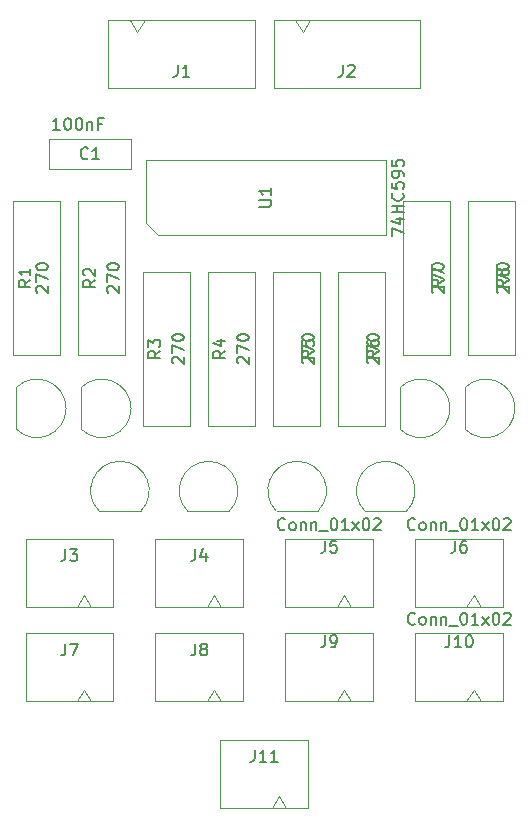
<source format=gbr>
G04 #@! TF.GenerationSoftware,KiCad,Pcbnew,(5.1.4)-1*
G04 #@! TF.CreationDate,2020-08-17T12:14:14+03:00*
G04 #@! TF.ProjectId,8_switch_array,385f7377-6974-4636-985f-61727261792e,rev?*
G04 #@! TF.SameCoordinates,Original*
G04 #@! TF.FileFunction,Other,Fab,Top*
%FSLAX46Y46*%
G04 Gerber Fmt 4.6, Leading zero omitted, Abs format (unit mm)*
G04 Created by KiCad (PCBNEW (5.1.4)-1) date 2020-08-17 12:14:14*
%MOMM*%
%LPD*%
G04 APERTURE LIST*
%ADD10C,0.100000*%
%ADD11C,0.150000*%
G04 APERTURE END LIST*
D10*
X136730000Y-52865000D02*
X136730000Y-47515000D01*
X136730000Y-47515000D02*
X157050000Y-47515000D01*
X157050000Y-47515000D02*
X157050000Y-53865000D01*
X157050000Y-53865000D02*
X137730000Y-53865000D01*
X137730000Y-53865000D02*
X136730000Y-52865000D01*
X128500000Y-48250000D02*
X135500000Y-48250000D01*
X128500000Y-45750000D02*
X128500000Y-48250000D01*
X135500000Y-45750000D02*
X128500000Y-45750000D01*
X135500000Y-48250000D02*
X135500000Y-45750000D01*
X158246375Y-66786375D02*
G75*
G02X162480000Y-68540000I1753625J-1753625D01*
G01*
X158246375Y-70293625D02*
G75*
G03X162480000Y-68540000I1753625J1753625D01*
G01*
X158250000Y-66800000D02*
X158250000Y-70300000D01*
X168000000Y-64000000D02*
X168000000Y-51000000D01*
X164000000Y-64000000D02*
X168000000Y-64000000D01*
X164000000Y-51000000D02*
X164000000Y-64000000D01*
X168000000Y-51000000D02*
X164000000Y-51000000D01*
X162500000Y-64000000D02*
X162500000Y-51000000D01*
X158500000Y-64000000D02*
X162500000Y-64000000D01*
X158500000Y-51000000D02*
X158500000Y-64000000D01*
X162500000Y-51000000D02*
X158500000Y-51000000D01*
X146000000Y-70000000D02*
X146000000Y-57000000D01*
X142000000Y-70000000D02*
X146000000Y-70000000D01*
X142000000Y-57000000D02*
X142000000Y-70000000D01*
X146000000Y-57000000D02*
X142000000Y-57000000D01*
X140500000Y-70000000D02*
X140500000Y-57000000D01*
X136500000Y-70000000D02*
X140500000Y-70000000D01*
X136500000Y-57000000D02*
X136500000Y-70000000D01*
X140500000Y-57000000D02*
X136500000Y-57000000D01*
X163746375Y-66786375D02*
G75*
G02X167980000Y-68540000I1753625J-1753625D01*
G01*
X163746375Y-70293625D02*
G75*
G03X167980000Y-68540000I1753625J1753625D01*
G01*
X163750000Y-66800000D02*
X163750000Y-70300000D01*
X140286375Y-77253625D02*
G75*
G02X142040000Y-73020000I1753625J1753625D01*
G01*
X143793625Y-77253625D02*
G75*
G03X142040000Y-73020000I-1753625J1753625D01*
G01*
X140300000Y-77250000D02*
X143800000Y-77250000D01*
X132786375Y-77253625D02*
G75*
G02X134540000Y-73020000I1753625J1753625D01*
G01*
X136293625Y-77253625D02*
G75*
G03X134540000Y-73020000I-1753625J1753625D01*
G01*
X132800000Y-77250000D02*
X136300000Y-77250000D01*
X164500000Y-92350000D02*
X163875000Y-93350000D01*
X165125000Y-93350000D02*
X164500000Y-92350000D01*
X159550000Y-93350000D02*
X166950000Y-93350000D01*
X159550000Y-87600000D02*
X159550000Y-93350000D01*
X166950000Y-87600000D02*
X159550000Y-87600000D01*
X166950000Y-93350000D02*
X166950000Y-87600000D01*
X153500000Y-92350000D02*
X152875000Y-93350000D01*
X154125000Y-93350000D02*
X153500000Y-92350000D01*
X148550000Y-93350000D02*
X155950000Y-93350000D01*
X148550000Y-87600000D02*
X148550000Y-93350000D01*
X155950000Y-87600000D02*
X148550000Y-87600000D01*
X155950000Y-93350000D02*
X155950000Y-87600000D01*
X164500000Y-84350000D02*
X163875000Y-85350000D01*
X165125000Y-85350000D02*
X164500000Y-84350000D01*
X159550000Y-85350000D02*
X166950000Y-85350000D01*
X159550000Y-79600000D02*
X159550000Y-85350000D01*
X166950000Y-79600000D02*
X159550000Y-79600000D01*
X166950000Y-85350000D02*
X166950000Y-79600000D01*
X153500000Y-84350000D02*
X152875000Y-85350000D01*
X154125000Y-85350000D02*
X153500000Y-84350000D01*
X148550000Y-85350000D02*
X155950000Y-85350000D01*
X148550000Y-79600000D02*
X148550000Y-85350000D01*
X155950000Y-79600000D02*
X148550000Y-79600000D01*
X155950000Y-85350000D02*
X155950000Y-79600000D01*
X135000000Y-64000000D02*
X135000000Y-51000000D01*
X131000000Y-64000000D02*
X135000000Y-64000000D01*
X131000000Y-51000000D02*
X131000000Y-64000000D01*
X135000000Y-51000000D02*
X131000000Y-51000000D01*
X151500000Y-70000000D02*
X151500000Y-57000000D01*
X147500000Y-70000000D02*
X151500000Y-70000000D01*
X147500000Y-57000000D02*
X147500000Y-70000000D01*
X151500000Y-57000000D02*
X147500000Y-57000000D01*
X129500000Y-64000000D02*
X129500000Y-51000000D01*
X125500000Y-64000000D02*
X129500000Y-64000000D01*
X125500000Y-51000000D02*
X125500000Y-64000000D01*
X129500000Y-51000000D02*
X125500000Y-51000000D01*
X157000000Y-70000000D02*
X157000000Y-57000000D01*
X153000000Y-70000000D02*
X157000000Y-70000000D01*
X153000000Y-57000000D02*
X153000000Y-70000000D01*
X157000000Y-57000000D02*
X153000000Y-57000000D01*
X131246375Y-66786375D02*
G75*
G02X135480000Y-68540000I1753625J-1753625D01*
G01*
X131246375Y-70293625D02*
G75*
G03X135480000Y-68540000I1753625J1753625D01*
G01*
X131250000Y-66800000D02*
X131250000Y-70300000D01*
X147786375Y-77253625D02*
G75*
G02X149540000Y-73020000I1753625J1753625D01*
G01*
X151293625Y-77253625D02*
G75*
G03X149540000Y-73020000I-1753625J1753625D01*
G01*
X147800000Y-77250000D02*
X151300000Y-77250000D01*
X125746375Y-66786375D02*
G75*
G02X129980000Y-68540000I1753625J-1753625D01*
G01*
X125746375Y-70293625D02*
G75*
G03X129980000Y-68540000I1753625J1753625D01*
G01*
X125750000Y-66800000D02*
X125750000Y-70300000D01*
X155286375Y-77253625D02*
G75*
G02X157040000Y-73020000I1753625J1753625D01*
G01*
X158793625Y-77253625D02*
G75*
G03X157040000Y-73020000I-1753625J1753625D01*
G01*
X155300000Y-77250000D02*
X158800000Y-77250000D01*
X148000000Y-101350000D02*
X147375000Y-102350000D01*
X148625000Y-102350000D02*
X148000000Y-101350000D01*
X143050000Y-102350000D02*
X150450000Y-102350000D01*
X143050000Y-96600000D02*
X143050000Y-102350000D01*
X150450000Y-96600000D02*
X143050000Y-96600000D01*
X150450000Y-102350000D02*
X150450000Y-96600000D01*
X142500000Y-84350000D02*
X141875000Y-85350000D01*
X143125000Y-85350000D02*
X142500000Y-84350000D01*
X137550000Y-85350000D02*
X144950000Y-85350000D01*
X137550000Y-79600000D02*
X137550000Y-85350000D01*
X144950000Y-79600000D02*
X137550000Y-79600000D01*
X144950000Y-85350000D02*
X144950000Y-79600000D01*
X131500000Y-92350000D02*
X130875000Y-93350000D01*
X132125000Y-93350000D02*
X131500000Y-92350000D01*
X126550000Y-93350000D02*
X133950000Y-93350000D01*
X126550000Y-87600000D02*
X126550000Y-93350000D01*
X133950000Y-87600000D02*
X126550000Y-87600000D01*
X133950000Y-93350000D02*
X133950000Y-87600000D01*
X131500000Y-84350000D02*
X130875000Y-85350000D01*
X132125000Y-85350000D02*
X131500000Y-84350000D01*
X126550000Y-85350000D02*
X133950000Y-85350000D01*
X126550000Y-79600000D02*
X126550000Y-85350000D01*
X133950000Y-79600000D02*
X126550000Y-79600000D01*
X133950000Y-85350000D02*
X133950000Y-79600000D01*
X142500000Y-92350000D02*
X141875000Y-93350000D01*
X143125000Y-93350000D02*
X142500000Y-92350000D01*
X137550000Y-93350000D02*
X144950000Y-93350000D01*
X137550000Y-87600000D02*
X137550000Y-93350000D01*
X144950000Y-87600000D02*
X137550000Y-87600000D01*
X144950000Y-93350000D02*
X144950000Y-87600000D01*
X150000000Y-36650000D02*
X150625000Y-35650000D01*
X149375000Y-35650000D02*
X150000000Y-36650000D01*
X159950000Y-35650000D02*
X147550000Y-35650000D01*
X159950000Y-41400000D02*
X159950000Y-35650000D01*
X147550000Y-41400000D02*
X159950000Y-41400000D01*
X147550000Y-35650000D02*
X147550000Y-41400000D01*
X136000000Y-36650000D02*
X136625000Y-35650000D01*
X135375000Y-35650000D02*
X136000000Y-36650000D01*
X145950000Y-35650000D02*
X133550000Y-35650000D01*
X145950000Y-41400000D02*
X145950000Y-35650000D01*
X133550000Y-41400000D02*
X145950000Y-41400000D01*
X133550000Y-35650000D02*
X133550000Y-41400000D01*
D11*
X157562380Y-53951904D02*
X157562380Y-53285238D01*
X158562380Y-53713809D01*
X157895714Y-52475714D02*
X158562380Y-52475714D01*
X157514761Y-52713809D02*
X158229047Y-52951904D01*
X158229047Y-52332857D01*
X158562380Y-51951904D02*
X157562380Y-51951904D01*
X158038571Y-51951904D02*
X158038571Y-51380476D01*
X158562380Y-51380476D02*
X157562380Y-51380476D01*
X158467142Y-50332857D02*
X158514761Y-50380476D01*
X158562380Y-50523333D01*
X158562380Y-50618571D01*
X158514761Y-50761428D01*
X158419523Y-50856666D01*
X158324285Y-50904285D01*
X158133809Y-50951904D01*
X157990952Y-50951904D01*
X157800476Y-50904285D01*
X157705238Y-50856666D01*
X157610000Y-50761428D01*
X157562380Y-50618571D01*
X157562380Y-50523333D01*
X157610000Y-50380476D01*
X157657619Y-50332857D01*
X157562380Y-49428095D02*
X157562380Y-49904285D01*
X158038571Y-49951904D01*
X157990952Y-49904285D01*
X157943333Y-49809047D01*
X157943333Y-49570952D01*
X157990952Y-49475714D01*
X158038571Y-49428095D01*
X158133809Y-49380476D01*
X158371904Y-49380476D01*
X158467142Y-49428095D01*
X158514761Y-49475714D01*
X158562380Y-49570952D01*
X158562380Y-49809047D01*
X158514761Y-49904285D01*
X158467142Y-49951904D01*
X158562380Y-48904285D02*
X158562380Y-48713809D01*
X158514761Y-48618571D01*
X158467142Y-48570952D01*
X158324285Y-48475714D01*
X158133809Y-48428095D01*
X157752857Y-48428095D01*
X157657619Y-48475714D01*
X157610000Y-48523333D01*
X157562380Y-48618571D01*
X157562380Y-48809047D01*
X157610000Y-48904285D01*
X157657619Y-48951904D01*
X157752857Y-48999523D01*
X157990952Y-48999523D01*
X158086190Y-48951904D01*
X158133809Y-48904285D01*
X158181428Y-48809047D01*
X158181428Y-48618571D01*
X158133809Y-48523333D01*
X158086190Y-48475714D01*
X157990952Y-48428095D01*
X157562380Y-47523333D02*
X157562380Y-47999523D01*
X158038571Y-48047142D01*
X157990952Y-47999523D01*
X157943333Y-47904285D01*
X157943333Y-47666190D01*
X157990952Y-47570952D01*
X158038571Y-47523333D01*
X158133809Y-47475714D01*
X158371904Y-47475714D01*
X158467142Y-47523333D01*
X158514761Y-47570952D01*
X158562380Y-47666190D01*
X158562380Y-47904285D01*
X158514761Y-47999523D01*
X158467142Y-48047142D01*
X146342380Y-51451904D02*
X147151904Y-51451904D01*
X147247142Y-51404285D01*
X147294761Y-51356666D01*
X147342380Y-51261428D01*
X147342380Y-51070952D01*
X147294761Y-50975714D01*
X147247142Y-50928095D01*
X147151904Y-50880476D01*
X146342380Y-50880476D01*
X147342380Y-49880476D02*
X147342380Y-50451904D01*
X147342380Y-50166190D02*
X146342380Y-50166190D01*
X146485238Y-50261428D01*
X146580476Y-50356666D01*
X146628095Y-50451904D01*
X129452380Y-44952380D02*
X128880952Y-44952380D01*
X129166666Y-44952380D02*
X129166666Y-43952380D01*
X129071428Y-44095238D01*
X128976190Y-44190476D01*
X128880952Y-44238095D01*
X130071428Y-43952380D02*
X130166666Y-43952380D01*
X130261904Y-44000000D01*
X130309523Y-44047619D01*
X130357142Y-44142857D01*
X130404761Y-44333333D01*
X130404761Y-44571428D01*
X130357142Y-44761904D01*
X130309523Y-44857142D01*
X130261904Y-44904761D01*
X130166666Y-44952380D01*
X130071428Y-44952380D01*
X129976190Y-44904761D01*
X129928571Y-44857142D01*
X129880952Y-44761904D01*
X129833333Y-44571428D01*
X129833333Y-44333333D01*
X129880952Y-44142857D01*
X129928571Y-44047619D01*
X129976190Y-44000000D01*
X130071428Y-43952380D01*
X131023809Y-43952380D02*
X131119047Y-43952380D01*
X131214285Y-44000000D01*
X131261904Y-44047619D01*
X131309523Y-44142857D01*
X131357142Y-44333333D01*
X131357142Y-44571428D01*
X131309523Y-44761904D01*
X131261904Y-44857142D01*
X131214285Y-44904761D01*
X131119047Y-44952380D01*
X131023809Y-44952380D01*
X130928571Y-44904761D01*
X130880952Y-44857142D01*
X130833333Y-44761904D01*
X130785714Y-44571428D01*
X130785714Y-44333333D01*
X130833333Y-44142857D01*
X130880952Y-44047619D01*
X130928571Y-44000000D01*
X131023809Y-43952380D01*
X131785714Y-44285714D02*
X131785714Y-44952380D01*
X131785714Y-44380952D02*
X131833333Y-44333333D01*
X131928571Y-44285714D01*
X132071428Y-44285714D01*
X132166666Y-44333333D01*
X132214285Y-44428571D01*
X132214285Y-44952380D01*
X133023809Y-44428571D02*
X132690476Y-44428571D01*
X132690476Y-44952380D02*
X132690476Y-43952380D01*
X133166666Y-43952380D01*
X131833333Y-47357142D02*
X131785714Y-47404761D01*
X131642857Y-47452380D01*
X131547619Y-47452380D01*
X131404761Y-47404761D01*
X131309523Y-47309523D01*
X131261904Y-47214285D01*
X131214285Y-47023809D01*
X131214285Y-46880952D01*
X131261904Y-46690476D01*
X131309523Y-46595238D01*
X131404761Y-46500000D01*
X131547619Y-46452380D01*
X131642857Y-46452380D01*
X131785714Y-46500000D01*
X131833333Y-46547619D01*
X132785714Y-47452380D02*
X132214285Y-47452380D01*
X132500000Y-47452380D02*
X132500000Y-46452380D01*
X132404761Y-46595238D01*
X132309523Y-46690476D01*
X132214285Y-46738095D01*
X166547619Y-58738095D02*
X166500000Y-58690476D01*
X166452380Y-58595238D01*
X166452380Y-58357142D01*
X166500000Y-58261904D01*
X166547619Y-58214285D01*
X166642857Y-58166666D01*
X166738095Y-58166666D01*
X166880952Y-58214285D01*
X167452380Y-58785714D01*
X167452380Y-58166666D01*
X166452380Y-57833333D02*
X166452380Y-57166666D01*
X167452380Y-57595238D01*
X166452380Y-56595238D02*
X166452380Y-56500000D01*
X166500000Y-56404761D01*
X166547619Y-56357142D01*
X166642857Y-56309523D01*
X166833333Y-56261904D01*
X167071428Y-56261904D01*
X167261904Y-56309523D01*
X167357142Y-56357142D01*
X167404761Y-56404761D01*
X167452380Y-56500000D01*
X167452380Y-56595238D01*
X167404761Y-56690476D01*
X167357142Y-56738095D01*
X167261904Y-56785714D01*
X167071428Y-56833333D01*
X166833333Y-56833333D01*
X166642857Y-56785714D01*
X166547619Y-56738095D01*
X166500000Y-56690476D01*
X166452380Y-56595238D01*
X167452380Y-57666666D02*
X166976190Y-58000000D01*
X167452380Y-58238095D02*
X166452380Y-58238095D01*
X166452380Y-57857142D01*
X166500000Y-57761904D01*
X166547619Y-57714285D01*
X166642857Y-57666666D01*
X166785714Y-57666666D01*
X166880952Y-57714285D01*
X166928571Y-57761904D01*
X166976190Y-57857142D01*
X166976190Y-58238095D01*
X166880952Y-57095238D02*
X166833333Y-57190476D01*
X166785714Y-57238095D01*
X166690476Y-57285714D01*
X166642857Y-57285714D01*
X166547619Y-57238095D01*
X166500000Y-57190476D01*
X166452380Y-57095238D01*
X166452380Y-56904761D01*
X166500000Y-56809523D01*
X166547619Y-56761904D01*
X166642857Y-56714285D01*
X166690476Y-56714285D01*
X166785714Y-56761904D01*
X166833333Y-56809523D01*
X166880952Y-56904761D01*
X166880952Y-57095238D01*
X166928571Y-57190476D01*
X166976190Y-57238095D01*
X167071428Y-57285714D01*
X167261904Y-57285714D01*
X167357142Y-57238095D01*
X167404761Y-57190476D01*
X167452380Y-57095238D01*
X167452380Y-56904761D01*
X167404761Y-56809523D01*
X167357142Y-56761904D01*
X167261904Y-56714285D01*
X167071428Y-56714285D01*
X166976190Y-56761904D01*
X166928571Y-56809523D01*
X166880952Y-56904761D01*
X161047619Y-58738095D02*
X161000000Y-58690476D01*
X160952380Y-58595238D01*
X160952380Y-58357142D01*
X161000000Y-58261904D01*
X161047619Y-58214285D01*
X161142857Y-58166666D01*
X161238095Y-58166666D01*
X161380952Y-58214285D01*
X161952380Y-58785714D01*
X161952380Y-58166666D01*
X160952380Y-57833333D02*
X160952380Y-57166666D01*
X161952380Y-57595238D01*
X160952380Y-56595238D02*
X160952380Y-56500000D01*
X161000000Y-56404761D01*
X161047619Y-56357142D01*
X161142857Y-56309523D01*
X161333333Y-56261904D01*
X161571428Y-56261904D01*
X161761904Y-56309523D01*
X161857142Y-56357142D01*
X161904761Y-56404761D01*
X161952380Y-56500000D01*
X161952380Y-56595238D01*
X161904761Y-56690476D01*
X161857142Y-56738095D01*
X161761904Y-56785714D01*
X161571428Y-56833333D01*
X161333333Y-56833333D01*
X161142857Y-56785714D01*
X161047619Y-56738095D01*
X161000000Y-56690476D01*
X160952380Y-56595238D01*
X161952380Y-57666666D02*
X161476190Y-58000000D01*
X161952380Y-58238095D02*
X160952380Y-58238095D01*
X160952380Y-57857142D01*
X161000000Y-57761904D01*
X161047619Y-57714285D01*
X161142857Y-57666666D01*
X161285714Y-57666666D01*
X161380952Y-57714285D01*
X161428571Y-57761904D01*
X161476190Y-57857142D01*
X161476190Y-58238095D01*
X160952380Y-57333333D02*
X160952380Y-56666666D01*
X161952380Y-57095238D01*
X144547619Y-64738095D02*
X144500000Y-64690476D01*
X144452380Y-64595238D01*
X144452380Y-64357142D01*
X144500000Y-64261904D01*
X144547619Y-64214285D01*
X144642857Y-64166666D01*
X144738095Y-64166666D01*
X144880952Y-64214285D01*
X145452380Y-64785714D01*
X145452380Y-64166666D01*
X144452380Y-63833333D02*
X144452380Y-63166666D01*
X145452380Y-63595238D01*
X144452380Y-62595238D02*
X144452380Y-62500000D01*
X144500000Y-62404761D01*
X144547619Y-62357142D01*
X144642857Y-62309523D01*
X144833333Y-62261904D01*
X145071428Y-62261904D01*
X145261904Y-62309523D01*
X145357142Y-62357142D01*
X145404761Y-62404761D01*
X145452380Y-62500000D01*
X145452380Y-62595238D01*
X145404761Y-62690476D01*
X145357142Y-62738095D01*
X145261904Y-62785714D01*
X145071428Y-62833333D01*
X144833333Y-62833333D01*
X144642857Y-62785714D01*
X144547619Y-62738095D01*
X144500000Y-62690476D01*
X144452380Y-62595238D01*
X143452380Y-63666666D02*
X142976190Y-64000000D01*
X143452380Y-64238095D02*
X142452380Y-64238095D01*
X142452380Y-63857142D01*
X142500000Y-63761904D01*
X142547619Y-63714285D01*
X142642857Y-63666666D01*
X142785714Y-63666666D01*
X142880952Y-63714285D01*
X142928571Y-63761904D01*
X142976190Y-63857142D01*
X142976190Y-64238095D01*
X142785714Y-62809523D02*
X143452380Y-62809523D01*
X142404761Y-63047619D02*
X143119047Y-63285714D01*
X143119047Y-62666666D01*
X139047619Y-64738095D02*
X139000000Y-64690476D01*
X138952380Y-64595238D01*
X138952380Y-64357142D01*
X139000000Y-64261904D01*
X139047619Y-64214285D01*
X139142857Y-64166666D01*
X139238095Y-64166666D01*
X139380952Y-64214285D01*
X139952380Y-64785714D01*
X139952380Y-64166666D01*
X138952380Y-63833333D02*
X138952380Y-63166666D01*
X139952380Y-63595238D01*
X138952380Y-62595238D02*
X138952380Y-62500000D01*
X139000000Y-62404761D01*
X139047619Y-62357142D01*
X139142857Y-62309523D01*
X139333333Y-62261904D01*
X139571428Y-62261904D01*
X139761904Y-62309523D01*
X139857142Y-62357142D01*
X139904761Y-62404761D01*
X139952380Y-62500000D01*
X139952380Y-62595238D01*
X139904761Y-62690476D01*
X139857142Y-62738095D01*
X139761904Y-62785714D01*
X139571428Y-62833333D01*
X139333333Y-62833333D01*
X139142857Y-62785714D01*
X139047619Y-62738095D01*
X139000000Y-62690476D01*
X138952380Y-62595238D01*
X137952380Y-63666666D02*
X137476190Y-64000000D01*
X137952380Y-64238095D02*
X136952380Y-64238095D01*
X136952380Y-63857142D01*
X137000000Y-63761904D01*
X137047619Y-63714285D01*
X137142857Y-63666666D01*
X137285714Y-63666666D01*
X137380952Y-63714285D01*
X137428571Y-63761904D01*
X137476190Y-63857142D01*
X137476190Y-64238095D01*
X136952380Y-63333333D02*
X136952380Y-62714285D01*
X137333333Y-63047619D01*
X137333333Y-62904761D01*
X137380952Y-62809523D01*
X137428571Y-62761904D01*
X137523809Y-62714285D01*
X137761904Y-62714285D01*
X137857142Y-62761904D01*
X137904761Y-62809523D01*
X137952380Y-62904761D01*
X137952380Y-63190476D01*
X137904761Y-63285714D01*
X137857142Y-63333333D01*
X159511904Y-86757142D02*
X159464285Y-86804761D01*
X159321428Y-86852380D01*
X159226190Y-86852380D01*
X159083333Y-86804761D01*
X158988095Y-86709523D01*
X158940476Y-86614285D01*
X158892857Y-86423809D01*
X158892857Y-86280952D01*
X158940476Y-86090476D01*
X158988095Y-85995238D01*
X159083333Y-85900000D01*
X159226190Y-85852380D01*
X159321428Y-85852380D01*
X159464285Y-85900000D01*
X159511904Y-85947619D01*
X160083333Y-86852380D02*
X159988095Y-86804761D01*
X159940476Y-86757142D01*
X159892857Y-86661904D01*
X159892857Y-86376190D01*
X159940476Y-86280952D01*
X159988095Y-86233333D01*
X160083333Y-86185714D01*
X160226190Y-86185714D01*
X160321428Y-86233333D01*
X160369047Y-86280952D01*
X160416666Y-86376190D01*
X160416666Y-86661904D01*
X160369047Y-86757142D01*
X160321428Y-86804761D01*
X160226190Y-86852380D01*
X160083333Y-86852380D01*
X160845238Y-86185714D02*
X160845238Y-86852380D01*
X160845238Y-86280952D02*
X160892857Y-86233333D01*
X160988095Y-86185714D01*
X161130952Y-86185714D01*
X161226190Y-86233333D01*
X161273809Y-86328571D01*
X161273809Y-86852380D01*
X161750000Y-86185714D02*
X161750000Y-86852380D01*
X161750000Y-86280952D02*
X161797619Y-86233333D01*
X161892857Y-86185714D01*
X162035714Y-86185714D01*
X162130952Y-86233333D01*
X162178571Y-86328571D01*
X162178571Y-86852380D01*
X162416666Y-86947619D02*
X163178571Y-86947619D01*
X163607142Y-85852380D02*
X163702380Y-85852380D01*
X163797619Y-85900000D01*
X163845238Y-85947619D01*
X163892857Y-86042857D01*
X163940476Y-86233333D01*
X163940476Y-86471428D01*
X163892857Y-86661904D01*
X163845238Y-86757142D01*
X163797619Y-86804761D01*
X163702380Y-86852380D01*
X163607142Y-86852380D01*
X163511904Y-86804761D01*
X163464285Y-86757142D01*
X163416666Y-86661904D01*
X163369047Y-86471428D01*
X163369047Y-86233333D01*
X163416666Y-86042857D01*
X163464285Y-85947619D01*
X163511904Y-85900000D01*
X163607142Y-85852380D01*
X164892857Y-86852380D02*
X164321428Y-86852380D01*
X164607142Y-86852380D02*
X164607142Y-85852380D01*
X164511904Y-85995238D01*
X164416666Y-86090476D01*
X164321428Y-86138095D01*
X165226190Y-86852380D02*
X165750000Y-86185714D01*
X165226190Y-86185714D02*
X165750000Y-86852380D01*
X166321428Y-85852380D02*
X166416666Y-85852380D01*
X166511904Y-85900000D01*
X166559523Y-85947619D01*
X166607142Y-86042857D01*
X166654761Y-86233333D01*
X166654761Y-86471428D01*
X166607142Y-86661904D01*
X166559523Y-86757142D01*
X166511904Y-86804761D01*
X166416666Y-86852380D01*
X166321428Y-86852380D01*
X166226190Y-86804761D01*
X166178571Y-86757142D01*
X166130952Y-86661904D01*
X166083333Y-86471428D01*
X166083333Y-86233333D01*
X166130952Y-86042857D01*
X166178571Y-85947619D01*
X166226190Y-85900000D01*
X166321428Y-85852380D01*
X167035714Y-85947619D02*
X167083333Y-85900000D01*
X167178571Y-85852380D01*
X167416666Y-85852380D01*
X167511904Y-85900000D01*
X167559523Y-85947619D01*
X167607142Y-86042857D01*
X167607142Y-86138095D01*
X167559523Y-86280952D01*
X166988095Y-86852380D01*
X167607142Y-86852380D01*
X162440476Y-87752380D02*
X162440476Y-88466666D01*
X162392857Y-88609523D01*
X162297619Y-88704761D01*
X162154761Y-88752380D01*
X162059523Y-88752380D01*
X163440476Y-88752380D02*
X162869047Y-88752380D01*
X163154761Y-88752380D02*
X163154761Y-87752380D01*
X163059523Y-87895238D01*
X162964285Y-87990476D01*
X162869047Y-88038095D01*
X164059523Y-87752380D02*
X164154761Y-87752380D01*
X164250000Y-87800000D01*
X164297619Y-87847619D01*
X164345238Y-87942857D01*
X164392857Y-88133333D01*
X164392857Y-88371428D01*
X164345238Y-88561904D01*
X164297619Y-88657142D01*
X164250000Y-88704761D01*
X164154761Y-88752380D01*
X164059523Y-88752380D01*
X163964285Y-88704761D01*
X163916666Y-88657142D01*
X163869047Y-88561904D01*
X163821428Y-88371428D01*
X163821428Y-88133333D01*
X163869047Y-87942857D01*
X163916666Y-87847619D01*
X163964285Y-87800000D01*
X164059523Y-87752380D01*
X151916666Y-87752380D02*
X151916666Y-88466666D01*
X151869047Y-88609523D01*
X151773809Y-88704761D01*
X151630952Y-88752380D01*
X151535714Y-88752380D01*
X152440476Y-88752380D02*
X152630952Y-88752380D01*
X152726190Y-88704761D01*
X152773809Y-88657142D01*
X152869047Y-88514285D01*
X152916666Y-88323809D01*
X152916666Y-87942857D01*
X152869047Y-87847619D01*
X152821428Y-87800000D01*
X152726190Y-87752380D01*
X152535714Y-87752380D01*
X152440476Y-87800000D01*
X152392857Y-87847619D01*
X152345238Y-87942857D01*
X152345238Y-88180952D01*
X152392857Y-88276190D01*
X152440476Y-88323809D01*
X152535714Y-88371428D01*
X152726190Y-88371428D01*
X152821428Y-88323809D01*
X152869047Y-88276190D01*
X152916666Y-88180952D01*
X159511904Y-78757142D02*
X159464285Y-78804761D01*
X159321428Y-78852380D01*
X159226190Y-78852380D01*
X159083333Y-78804761D01*
X158988095Y-78709523D01*
X158940476Y-78614285D01*
X158892857Y-78423809D01*
X158892857Y-78280952D01*
X158940476Y-78090476D01*
X158988095Y-77995238D01*
X159083333Y-77900000D01*
X159226190Y-77852380D01*
X159321428Y-77852380D01*
X159464285Y-77900000D01*
X159511904Y-77947619D01*
X160083333Y-78852380D02*
X159988095Y-78804761D01*
X159940476Y-78757142D01*
X159892857Y-78661904D01*
X159892857Y-78376190D01*
X159940476Y-78280952D01*
X159988095Y-78233333D01*
X160083333Y-78185714D01*
X160226190Y-78185714D01*
X160321428Y-78233333D01*
X160369047Y-78280952D01*
X160416666Y-78376190D01*
X160416666Y-78661904D01*
X160369047Y-78757142D01*
X160321428Y-78804761D01*
X160226190Y-78852380D01*
X160083333Y-78852380D01*
X160845238Y-78185714D02*
X160845238Y-78852380D01*
X160845238Y-78280952D02*
X160892857Y-78233333D01*
X160988095Y-78185714D01*
X161130952Y-78185714D01*
X161226190Y-78233333D01*
X161273809Y-78328571D01*
X161273809Y-78852380D01*
X161750000Y-78185714D02*
X161750000Y-78852380D01*
X161750000Y-78280952D02*
X161797619Y-78233333D01*
X161892857Y-78185714D01*
X162035714Y-78185714D01*
X162130952Y-78233333D01*
X162178571Y-78328571D01*
X162178571Y-78852380D01*
X162416666Y-78947619D02*
X163178571Y-78947619D01*
X163607142Y-77852380D02*
X163702380Y-77852380D01*
X163797619Y-77900000D01*
X163845238Y-77947619D01*
X163892857Y-78042857D01*
X163940476Y-78233333D01*
X163940476Y-78471428D01*
X163892857Y-78661904D01*
X163845238Y-78757142D01*
X163797619Y-78804761D01*
X163702380Y-78852380D01*
X163607142Y-78852380D01*
X163511904Y-78804761D01*
X163464285Y-78757142D01*
X163416666Y-78661904D01*
X163369047Y-78471428D01*
X163369047Y-78233333D01*
X163416666Y-78042857D01*
X163464285Y-77947619D01*
X163511904Y-77900000D01*
X163607142Y-77852380D01*
X164892857Y-78852380D02*
X164321428Y-78852380D01*
X164607142Y-78852380D02*
X164607142Y-77852380D01*
X164511904Y-77995238D01*
X164416666Y-78090476D01*
X164321428Y-78138095D01*
X165226190Y-78852380D02*
X165750000Y-78185714D01*
X165226190Y-78185714D02*
X165750000Y-78852380D01*
X166321428Y-77852380D02*
X166416666Y-77852380D01*
X166511904Y-77900000D01*
X166559523Y-77947619D01*
X166607142Y-78042857D01*
X166654761Y-78233333D01*
X166654761Y-78471428D01*
X166607142Y-78661904D01*
X166559523Y-78757142D01*
X166511904Y-78804761D01*
X166416666Y-78852380D01*
X166321428Y-78852380D01*
X166226190Y-78804761D01*
X166178571Y-78757142D01*
X166130952Y-78661904D01*
X166083333Y-78471428D01*
X166083333Y-78233333D01*
X166130952Y-78042857D01*
X166178571Y-77947619D01*
X166226190Y-77900000D01*
X166321428Y-77852380D01*
X167035714Y-77947619D02*
X167083333Y-77900000D01*
X167178571Y-77852380D01*
X167416666Y-77852380D01*
X167511904Y-77900000D01*
X167559523Y-77947619D01*
X167607142Y-78042857D01*
X167607142Y-78138095D01*
X167559523Y-78280952D01*
X166988095Y-78852380D01*
X167607142Y-78852380D01*
X162916666Y-79752380D02*
X162916666Y-80466666D01*
X162869047Y-80609523D01*
X162773809Y-80704761D01*
X162630952Y-80752380D01*
X162535714Y-80752380D01*
X163821428Y-79752380D02*
X163630952Y-79752380D01*
X163535714Y-79800000D01*
X163488095Y-79847619D01*
X163392857Y-79990476D01*
X163345238Y-80180952D01*
X163345238Y-80561904D01*
X163392857Y-80657142D01*
X163440476Y-80704761D01*
X163535714Y-80752380D01*
X163726190Y-80752380D01*
X163821428Y-80704761D01*
X163869047Y-80657142D01*
X163916666Y-80561904D01*
X163916666Y-80323809D01*
X163869047Y-80228571D01*
X163821428Y-80180952D01*
X163726190Y-80133333D01*
X163535714Y-80133333D01*
X163440476Y-80180952D01*
X163392857Y-80228571D01*
X163345238Y-80323809D01*
X148511904Y-78757142D02*
X148464285Y-78804761D01*
X148321428Y-78852380D01*
X148226190Y-78852380D01*
X148083333Y-78804761D01*
X147988095Y-78709523D01*
X147940476Y-78614285D01*
X147892857Y-78423809D01*
X147892857Y-78280952D01*
X147940476Y-78090476D01*
X147988095Y-77995238D01*
X148083333Y-77900000D01*
X148226190Y-77852380D01*
X148321428Y-77852380D01*
X148464285Y-77900000D01*
X148511904Y-77947619D01*
X149083333Y-78852380D02*
X148988095Y-78804761D01*
X148940476Y-78757142D01*
X148892857Y-78661904D01*
X148892857Y-78376190D01*
X148940476Y-78280952D01*
X148988095Y-78233333D01*
X149083333Y-78185714D01*
X149226190Y-78185714D01*
X149321428Y-78233333D01*
X149369047Y-78280952D01*
X149416666Y-78376190D01*
X149416666Y-78661904D01*
X149369047Y-78757142D01*
X149321428Y-78804761D01*
X149226190Y-78852380D01*
X149083333Y-78852380D01*
X149845238Y-78185714D02*
X149845238Y-78852380D01*
X149845238Y-78280952D02*
X149892857Y-78233333D01*
X149988095Y-78185714D01*
X150130952Y-78185714D01*
X150226190Y-78233333D01*
X150273809Y-78328571D01*
X150273809Y-78852380D01*
X150750000Y-78185714D02*
X150750000Y-78852380D01*
X150750000Y-78280952D02*
X150797619Y-78233333D01*
X150892857Y-78185714D01*
X151035714Y-78185714D01*
X151130952Y-78233333D01*
X151178571Y-78328571D01*
X151178571Y-78852380D01*
X151416666Y-78947619D02*
X152178571Y-78947619D01*
X152607142Y-77852380D02*
X152702380Y-77852380D01*
X152797619Y-77900000D01*
X152845238Y-77947619D01*
X152892857Y-78042857D01*
X152940476Y-78233333D01*
X152940476Y-78471428D01*
X152892857Y-78661904D01*
X152845238Y-78757142D01*
X152797619Y-78804761D01*
X152702380Y-78852380D01*
X152607142Y-78852380D01*
X152511904Y-78804761D01*
X152464285Y-78757142D01*
X152416666Y-78661904D01*
X152369047Y-78471428D01*
X152369047Y-78233333D01*
X152416666Y-78042857D01*
X152464285Y-77947619D01*
X152511904Y-77900000D01*
X152607142Y-77852380D01*
X153892857Y-78852380D02*
X153321428Y-78852380D01*
X153607142Y-78852380D02*
X153607142Y-77852380D01*
X153511904Y-77995238D01*
X153416666Y-78090476D01*
X153321428Y-78138095D01*
X154226190Y-78852380D02*
X154750000Y-78185714D01*
X154226190Y-78185714D02*
X154750000Y-78852380D01*
X155321428Y-77852380D02*
X155416666Y-77852380D01*
X155511904Y-77900000D01*
X155559523Y-77947619D01*
X155607142Y-78042857D01*
X155654761Y-78233333D01*
X155654761Y-78471428D01*
X155607142Y-78661904D01*
X155559523Y-78757142D01*
X155511904Y-78804761D01*
X155416666Y-78852380D01*
X155321428Y-78852380D01*
X155226190Y-78804761D01*
X155178571Y-78757142D01*
X155130952Y-78661904D01*
X155083333Y-78471428D01*
X155083333Y-78233333D01*
X155130952Y-78042857D01*
X155178571Y-77947619D01*
X155226190Y-77900000D01*
X155321428Y-77852380D01*
X156035714Y-77947619D02*
X156083333Y-77900000D01*
X156178571Y-77852380D01*
X156416666Y-77852380D01*
X156511904Y-77900000D01*
X156559523Y-77947619D01*
X156607142Y-78042857D01*
X156607142Y-78138095D01*
X156559523Y-78280952D01*
X155988095Y-78852380D01*
X156607142Y-78852380D01*
X151916666Y-79752380D02*
X151916666Y-80466666D01*
X151869047Y-80609523D01*
X151773809Y-80704761D01*
X151630952Y-80752380D01*
X151535714Y-80752380D01*
X152869047Y-79752380D02*
X152392857Y-79752380D01*
X152345238Y-80228571D01*
X152392857Y-80180952D01*
X152488095Y-80133333D01*
X152726190Y-80133333D01*
X152821428Y-80180952D01*
X152869047Y-80228571D01*
X152916666Y-80323809D01*
X152916666Y-80561904D01*
X152869047Y-80657142D01*
X152821428Y-80704761D01*
X152726190Y-80752380D01*
X152488095Y-80752380D01*
X152392857Y-80704761D01*
X152345238Y-80657142D01*
X133547619Y-58738095D02*
X133500000Y-58690476D01*
X133452380Y-58595238D01*
X133452380Y-58357142D01*
X133500000Y-58261904D01*
X133547619Y-58214285D01*
X133642857Y-58166666D01*
X133738095Y-58166666D01*
X133880952Y-58214285D01*
X134452380Y-58785714D01*
X134452380Y-58166666D01*
X133452380Y-57833333D02*
X133452380Y-57166666D01*
X134452380Y-57595238D01*
X133452380Y-56595238D02*
X133452380Y-56500000D01*
X133500000Y-56404761D01*
X133547619Y-56357142D01*
X133642857Y-56309523D01*
X133833333Y-56261904D01*
X134071428Y-56261904D01*
X134261904Y-56309523D01*
X134357142Y-56357142D01*
X134404761Y-56404761D01*
X134452380Y-56500000D01*
X134452380Y-56595238D01*
X134404761Y-56690476D01*
X134357142Y-56738095D01*
X134261904Y-56785714D01*
X134071428Y-56833333D01*
X133833333Y-56833333D01*
X133642857Y-56785714D01*
X133547619Y-56738095D01*
X133500000Y-56690476D01*
X133452380Y-56595238D01*
X132452380Y-57666666D02*
X131976190Y-58000000D01*
X132452380Y-58238095D02*
X131452380Y-58238095D01*
X131452380Y-57857142D01*
X131500000Y-57761904D01*
X131547619Y-57714285D01*
X131642857Y-57666666D01*
X131785714Y-57666666D01*
X131880952Y-57714285D01*
X131928571Y-57761904D01*
X131976190Y-57857142D01*
X131976190Y-58238095D01*
X131547619Y-57285714D02*
X131500000Y-57238095D01*
X131452380Y-57142857D01*
X131452380Y-56904761D01*
X131500000Y-56809523D01*
X131547619Y-56761904D01*
X131642857Y-56714285D01*
X131738095Y-56714285D01*
X131880952Y-56761904D01*
X132452380Y-57333333D01*
X132452380Y-56714285D01*
X150047619Y-64738095D02*
X150000000Y-64690476D01*
X149952380Y-64595238D01*
X149952380Y-64357142D01*
X150000000Y-64261904D01*
X150047619Y-64214285D01*
X150142857Y-64166666D01*
X150238095Y-64166666D01*
X150380952Y-64214285D01*
X150952380Y-64785714D01*
X150952380Y-64166666D01*
X149952380Y-63833333D02*
X149952380Y-63166666D01*
X150952380Y-63595238D01*
X149952380Y-62595238D02*
X149952380Y-62500000D01*
X150000000Y-62404761D01*
X150047619Y-62357142D01*
X150142857Y-62309523D01*
X150333333Y-62261904D01*
X150571428Y-62261904D01*
X150761904Y-62309523D01*
X150857142Y-62357142D01*
X150904761Y-62404761D01*
X150952380Y-62500000D01*
X150952380Y-62595238D01*
X150904761Y-62690476D01*
X150857142Y-62738095D01*
X150761904Y-62785714D01*
X150571428Y-62833333D01*
X150333333Y-62833333D01*
X150142857Y-62785714D01*
X150047619Y-62738095D01*
X150000000Y-62690476D01*
X149952380Y-62595238D01*
X150952380Y-63666666D02*
X150476190Y-64000000D01*
X150952380Y-64238095D02*
X149952380Y-64238095D01*
X149952380Y-63857142D01*
X150000000Y-63761904D01*
X150047619Y-63714285D01*
X150142857Y-63666666D01*
X150285714Y-63666666D01*
X150380952Y-63714285D01*
X150428571Y-63761904D01*
X150476190Y-63857142D01*
X150476190Y-64238095D01*
X149952380Y-62761904D02*
X149952380Y-63238095D01*
X150428571Y-63285714D01*
X150380952Y-63238095D01*
X150333333Y-63142857D01*
X150333333Y-62904761D01*
X150380952Y-62809523D01*
X150428571Y-62761904D01*
X150523809Y-62714285D01*
X150761904Y-62714285D01*
X150857142Y-62761904D01*
X150904761Y-62809523D01*
X150952380Y-62904761D01*
X150952380Y-63142857D01*
X150904761Y-63238095D01*
X150857142Y-63285714D01*
X127547619Y-58738095D02*
X127500000Y-58690476D01*
X127452380Y-58595238D01*
X127452380Y-58357142D01*
X127500000Y-58261904D01*
X127547619Y-58214285D01*
X127642857Y-58166666D01*
X127738095Y-58166666D01*
X127880952Y-58214285D01*
X128452380Y-58785714D01*
X128452380Y-58166666D01*
X127452380Y-57833333D02*
X127452380Y-57166666D01*
X128452380Y-57595238D01*
X127452380Y-56595238D02*
X127452380Y-56500000D01*
X127500000Y-56404761D01*
X127547619Y-56357142D01*
X127642857Y-56309523D01*
X127833333Y-56261904D01*
X128071428Y-56261904D01*
X128261904Y-56309523D01*
X128357142Y-56357142D01*
X128404761Y-56404761D01*
X128452380Y-56500000D01*
X128452380Y-56595238D01*
X128404761Y-56690476D01*
X128357142Y-56738095D01*
X128261904Y-56785714D01*
X128071428Y-56833333D01*
X127833333Y-56833333D01*
X127642857Y-56785714D01*
X127547619Y-56738095D01*
X127500000Y-56690476D01*
X127452380Y-56595238D01*
X126952380Y-57666666D02*
X126476190Y-58000000D01*
X126952380Y-58238095D02*
X125952380Y-58238095D01*
X125952380Y-57857142D01*
X126000000Y-57761904D01*
X126047619Y-57714285D01*
X126142857Y-57666666D01*
X126285714Y-57666666D01*
X126380952Y-57714285D01*
X126428571Y-57761904D01*
X126476190Y-57857142D01*
X126476190Y-58238095D01*
X126952380Y-56714285D02*
X126952380Y-57285714D01*
X126952380Y-57000000D02*
X125952380Y-57000000D01*
X126095238Y-57095238D01*
X126190476Y-57190476D01*
X126238095Y-57285714D01*
X155547619Y-64738095D02*
X155500000Y-64690476D01*
X155452380Y-64595238D01*
X155452380Y-64357142D01*
X155500000Y-64261904D01*
X155547619Y-64214285D01*
X155642857Y-64166666D01*
X155738095Y-64166666D01*
X155880952Y-64214285D01*
X156452380Y-64785714D01*
X156452380Y-64166666D01*
X155452380Y-63833333D02*
X155452380Y-63166666D01*
X156452380Y-63595238D01*
X155452380Y-62595238D02*
X155452380Y-62500000D01*
X155500000Y-62404761D01*
X155547619Y-62357142D01*
X155642857Y-62309523D01*
X155833333Y-62261904D01*
X156071428Y-62261904D01*
X156261904Y-62309523D01*
X156357142Y-62357142D01*
X156404761Y-62404761D01*
X156452380Y-62500000D01*
X156452380Y-62595238D01*
X156404761Y-62690476D01*
X156357142Y-62738095D01*
X156261904Y-62785714D01*
X156071428Y-62833333D01*
X155833333Y-62833333D01*
X155642857Y-62785714D01*
X155547619Y-62738095D01*
X155500000Y-62690476D01*
X155452380Y-62595238D01*
X156452380Y-63666666D02*
X155976190Y-64000000D01*
X156452380Y-64238095D02*
X155452380Y-64238095D01*
X155452380Y-63857142D01*
X155500000Y-63761904D01*
X155547619Y-63714285D01*
X155642857Y-63666666D01*
X155785714Y-63666666D01*
X155880952Y-63714285D01*
X155928571Y-63761904D01*
X155976190Y-63857142D01*
X155976190Y-64238095D01*
X155452380Y-62809523D02*
X155452380Y-63000000D01*
X155500000Y-63095238D01*
X155547619Y-63142857D01*
X155690476Y-63238095D01*
X155880952Y-63285714D01*
X156261904Y-63285714D01*
X156357142Y-63238095D01*
X156404761Y-63190476D01*
X156452380Y-63095238D01*
X156452380Y-62904761D01*
X156404761Y-62809523D01*
X156357142Y-62761904D01*
X156261904Y-62714285D01*
X156023809Y-62714285D01*
X155928571Y-62761904D01*
X155880952Y-62809523D01*
X155833333Y-62904761D01*
X155833333Y-63095238D01*
X155880952Y-63190476D01*
X155928571Y-63238095D01*
X156023809Y-63285714D01*
X145940476Y-97452380D02*
X145940476Y-98166666D01*
X145892857Y-98309523D01*
X145797619Y-98404761D01*
X145654761Y-98452380D01*
X145559523Y-98452380D01*
X146940476Y-98452380D02*
X146369047Y-98452380D01*
X146654761Y-98452380D02*
X146654761Y-97452380D01*
X146559523Y-97595238D01*
X146464285Y-97690476D01*
X146369047Y-97738095D01*
X147892857Y-98452380D02*
X147321428Y-98452380D01*
X147607142Y-98452380D02*
X147607142Y-97452380D01*
X147511904Y-97595238D01*
X147416666Y-97690476D01*
X147321428Y-97738095D01*
X140916666Y-80452380D02*
X140916666Y-81166666D01*
X140869047Y-81309523D01*
X140773809Y-81404761D01*
X140630952Y-81452380D01*
X140535714Y-81452380D01*
X141821428Y-80785714D02*
X141821428Y-81452380D01*
X141583333Y-80404761D02*
X141345238Y-81119047D01*
X141964285Y-81119047D01*
X129916666Y-88452380D02*
X129916666Y-89166666D01*
X129869047Y-89309523D01*
X129773809Y-89404761D01*
X129630952Y-89452380D01*
X129535714Y-89452380D01*
X130297619Y-88452380D02*
X130964285Y-88452380D01*
X130535714Y-89452380D01*
X129916666Y-80452380D02*
X129916666Y-81166666D01*
X129869047Y-81309523D01*
X129773809Y-81404761D01*
X129630952Y-81452380D01*
X129535714Y-81452380D01*
X130297619Y-80452380D02*
X130916666Y-80452380D01*
X130583333Y-80833333D01*
X130726190Y-80833333D01*
X130821428Y-80880952D01*
X130869047Y-80928571D01*
X130916666Y-81023809D01*
X130916666Y-81261904D01*
X130869047Y-81357142D01*
X130821428Y-81404761D01*
X130726190Y-81452380D01*
X130440476Y-81452380D01*
X130345238Y-81404761D01*
X130297619Y-81357142D01*
X140916666Y-88452380D02*
X140916666Y-89166666D01*
X140869047Y-89309523D01*
X140773809Y-89404761D01*
X140630952Y-89452380D01*
X140535714Y-89452380D01*
X141535714Y-88880952D02*
X141440476Y-88833333D01*
X141392857Y-88785714D01*
X141345238Y-88690476D01*
X141345238Y-88642857D01*
X141392857Y-88547619D01*
X141440476Y-88500000D01*
X141535714Y-88452380D01*
X141726190Y-88452380D01*
X141821428Y-88500000D01*
X141869047Y-88547619D01*
X141916666Y-88642857D01*
X141916666Y-88690476D01*
X141869047Y-88785714D01*
X141821428Y-88833333D01*
X141726190Y-88880952D01*
X141535714Y-88880952D01*
X141440476Y-88928571D01*
X141392857Y-88976190D01*
X141345238Y-89071428D01*
X141345238Y-89261904D01*
X141392857Y-89357142D01*
X141440476Y-89404761D01*
X141535714Y-89452380D01*
X141726190Y-89452380D01*
X141821428Y-89404761D01*
X141869047Y-89357142D01*
X141916666Y-89261904D01*
X141916666Y-89071428D01*
X141869047Y-88976190D01*
X141821428Y-88928571D01*
X141726190Y-88880952D01*
X153416666Y-39452380D02*
X153416666Y-40166666D01*
X153369047Y-40309523D01*
X153273809Y-40404761D01*
X153130952Y-40452380D01*
X153035714Y-40452380D01*
X153845238Y-39547619D02*
X153892857Y-39500000D01*
X153988095Y-39452380D01*
X154226190Y-39452380D01*
X154321428Y-39500000D01*
X154369047Y-39547619D01*
X154416666Y-39642857D01*
X154416666Y-39738095D01*
X154369047Y-39880952D01*
X153797619Y-40452380D01*
X154416666Y-40452380D01*
X139416666Y-39452380D02*
X139416666Y-40166666D01*
X139369047Y-40309523D01*
X139273809Y-40404761D01*
X139130952Y-40452380D01*
X139035714Y-40452380D01*
X140416666Y-40452380D02*
X139845238Y-40452380D01*
X140130952Y-40452380D02*
X140130952Y-39452380D01*
X140035714Y-39595238D01*
X139940476Y-39690476D01*
X139845238Y-39738095D01*
M02*

</source>
